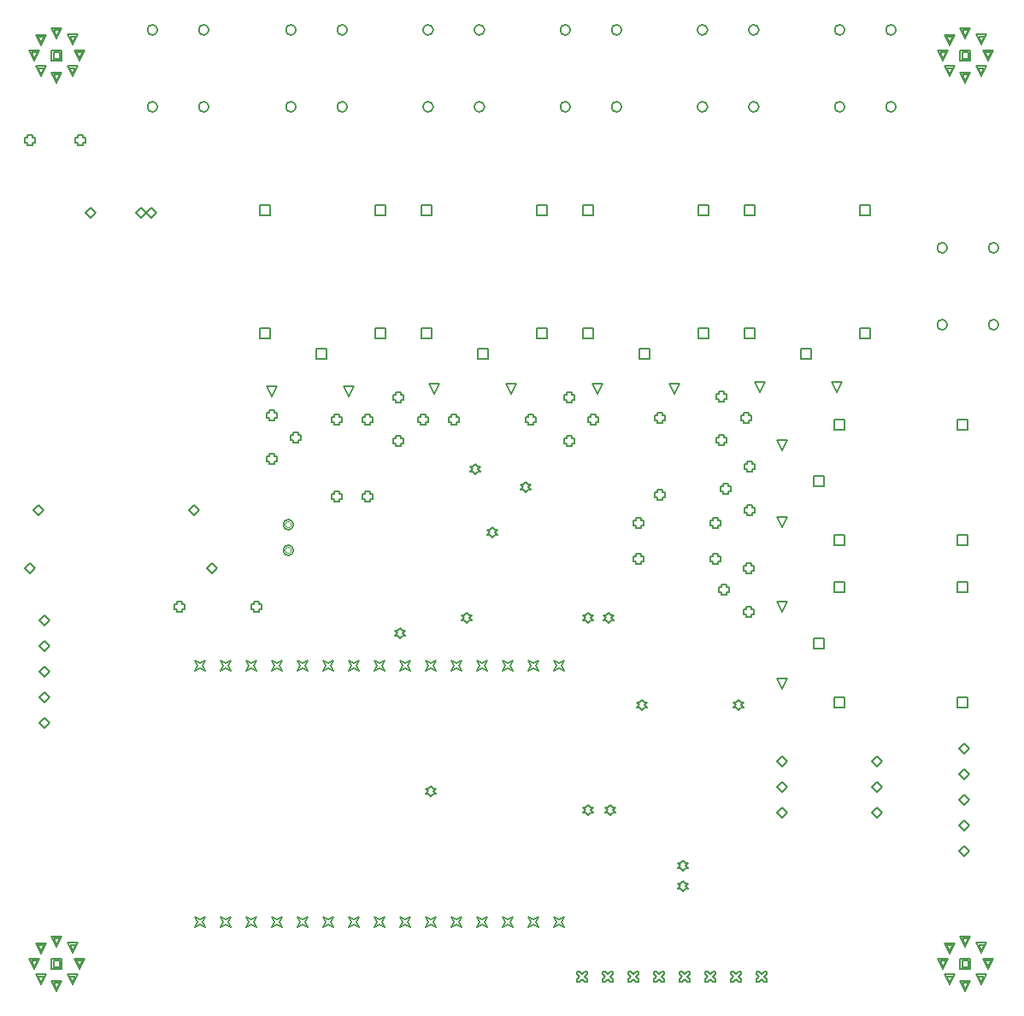
<source format=gbr>
G04*
G04 #@! TF.GenerationSoftware,Altium Limited,Altium Designer,24.3.1 (35)*
G04*
G04 Layer_Color=2752767*
%FSLAX25Y25*%
%MOIN*%
G70*
G04*
G04 #@! TF.SameCoordinates,1CC19C7B-97DE-4EE6-9EAD-702A75026B31*
G04*
G04*
G04 #@! TF.FilePolarity,Positive*
G04*
G01*
G75*
%ADD13C,0.00500*%
%ADD55C,0.00667*%
%ADD56C,0.00400*%
D13*
X7378Y173917D02*
X9378Y175917D01*
X11378Y173917D01*
X9378Y171917D01*
X7378Y173917D01*
X78244D02*
X80244Y175917D01*
X82244Y173917D01*
X80244Y171917D01*
X78244Y173917D01*
X54622Y312500D02*
X56622Y314500D01*
X58622Y312500D01*
X56622Y310500D01*
X54622Y312500D01*
X213500Y134000D02*
X214500Y136000D01*
X213500Y138000D01*
X215500Y137000D01*
X217500Y138000D01*
X216500Y136000D01*
X217500Y134000D01*
X215500Y135000D01*
X213500Y134000D01*
X203500D02*
X204500Y136000D01*
X203500Y138000D01*
X205500Y137000D01*
X207500Y138000D01*
X206500Y136000D01*
X207500Y134000D01*
X205500Y135000D01*
X203500Y134000D01*
X193500D02*
X194500Y136000D01*
X193500Y138000D01*
X195500Y137000D01*
X197500Y138000D01*
X196500Y136000D01*
X197500Y134000D01*
X195500Y135000D01*
X193500Y134000D01*
X183500D02*
X184500Y136000D01*
X183500Y138000D01*
X185500Y137000D01*
X187500Y138000D01*
X186500Y136000D01*
X187500Y134000D01*
X185500Y135000D01*
X183500Y134000D01*
X173500D02*
X174500Y136000D01*
X173500Y138000D01*
X175500Y137000D01*
X177500Y138000D01*
X176500Y136000D01*
X177500Y134000D01*
X175500Y135000D01*
X173500Y134000D01*
X163500D02*
X164500Y136000D01*
X163500Y138000D01*
X165500Y137000D01*
X167500Y138000D01*
X166500Y136000D01*
X167500Y134000D01*
X165500Y135000D01*
X163500Y134000D01*
X153500D02*
X154500Y136000D01*
X153500Y138000D01*
X155500Y137000D01*
X157500Y138000D01*
X156500Y136000D01*
X157500Y134000D01*
X155500Y135000D01*
X153500Y134000D01*
X143500D02*
X144500Y136000D01*
X143500Y138000D01*
X145500Y137000D01*
X147500Y138000D01*
X146500Y136000D01*
X147500Y134000D01*
X145500Y135000D01*
X143500Y134000D01*
X133500D02*
X134500Y136000D01*
X133500Y138000D01*
X135500Y137000D01*
X137500Y138000D01*
X136500Y136000D01*
X137500Y134000D01*
X135500Y135000D01*
X133500Y134000D01*
X123500D02*
X124500Y136000D01*
X123500Y138000D01*
X125500Y137000D01*
X127500Y138000D01*
X126500Y136000D01*
X127500Y134000D01*
X125500Y135000D01*
X123500Y134000D01*
X113500D02*
X114500Y136000D01*
X113500Y138000D01*
X115500Y137000D01*
X117500Y138000D01*
X116500Y136000D01*
X117500Y134000D01*
X115500Y135000D01*
X113500Y134000D01*
X103500D02*
X104500Y136000D01*
X103500Y138000D01*
X105500Y137000D01*
X107500Y138000D01*
X106500Y136000D01*
X107500Y134000D01*
X105500Y135000D01*
X103500Y134000D01*
X93500D02*
X94500Y136000D01*
X93500Y138000D01*
X95500Y137000D01*
X97500Y138000D01*
X96500Y136000D01*
X97500Y134000D01*
X95500Y135000D01*
X93500Y134000D01*
X83500D02*
X84500Y136000D01*
X83500Y138000D01*
X85500Y137000D01*
X87500Y138000D01*
X86500Y136000D01*
X87500Y134000D01*
X85500Y135000D01*
X83500Y134000D01*
X73500D02*
X74500Y136000D01*
X73500Y138000D01*
X75500Y137000D01*
X77500Y138000D01*
X76500Y136000D01*
X77500Y134000D01*
X75500Y135000D01*
X73500Y134000D01*
X213500Y34000D02*
X214500Y36000D01*
X213500Y38000D01*
X215500Y37000D01*
X217500Y38000D01*
X216500Y36000D01*
X217500Y34000D01*
X215500Y35000D01*
X213500Y34000D01*
X203500D02*
X204500Y36000D01*
X203500Y38000D01*
X205500Y37000D01*
X207500Y38000D01*
X206500Y36000D01*
X207500Y34000D01*
X205500Y35000D01*
X203500Y34000D01*
X193500D02*
X194500Y36000D01*
X193500Y38000D01*
X195500Y37000D01*
X197500Y38000D01*
X196500Y36000D01*
X197500Y34000D01*
X195500Y35000D01*
X193500Y34000D01*
X183500D02*
X184500Y36000D01*
X183500Y38000D01*
X185500Y37000D01*
X187500Y38000D01*
X186500Y36000D01*
X187500Y34000D01*
X185500Y35000D01*
X183500Y34000D01*
X173500D02*
X174500Y36000D01*
X173500Y38000D01*
X175500Y37000D01*
X177500Y38000D01*
X176500Y36000D01*
X177500Y34000D01*
X175500Y35000D01*
X173500Y34000D01*
X163500D02*
X164500Y36000D01*
X163500Y38000D01*
X165500Y37000D01*
X167500Y38000D01*
X166500Y36000D01*
X167500Y34000D01*
X165500Y35000D01*
X163500Y34000D01*
X153500D02*
X154500Y36000D01*
X153500Y38000D01*
X155500Y37000D01*
X157500Y38000D01*
X156500Y36000D01*
X157500Y34000D01*
X155500Y35000D01*
X153500Y34000D01*
X143500D02*
X144500Y36000D01*
X143500Y38000D01*
X145500Y37000D01*
X147500Y38000D01*
X146500Y36000D01*
X147500Y34000D01*
X145500Y35000D01*
X143500Y34000D01*
X133500D02*
X134500Y36000D01*
X133500Y38000D01*
X135500Y37000D01*
X137500Y38000D01*
X136500Y36000D01*
X137500Y34000D01*
X135500Y35000D01*
X133500Y34000D01*
X123500D02*
X124500Y36000D01*
X123500Y38000D01*
X125500Y37000D01*
X127500Y38000D01*
X126500Y36000D01*
X127500Y34000D01*
X125500Y35000D01*
X123500Y34000D01*
X113500D02*
X114500Y36000D01*
X113500Y38000D01*
X115500Y37000D01*
X117500Y38000D01*
X116500Y36000D01*
X117500Y34000D01*
X115500Y35000D01*
X113500Y34000D01*
X103500D02*
X104500Y36000D01*
X103500Y38000D01*
X105500Y37000D01*
X107500Y38000D01*
X106500Y36000D01*
X107500Y34000D01*
X105500Y35000D01*
X103500Y34000D01*
X93500D02*
X94500Y36000D01*
X93500Y38000D01*
X95500Y37000D01*
X97500Y38000D01*
X96500Y36000D01*
X97500Y34000D01*
X95500Y35000D01*
X93500Y34000D01*
X83500D02*
X84500Y36000D01*
X83500Y38000D01*
X85500Y37000D01*
X87500Y38000D01*
X86500Y36000D01*
X87500Y34000D01*
X85500Y35000D01*
X83500Y34000D01*
X73500D02*
X74500Y36000D01*
X73500Y38000D01*
X75500Y37000D01*
X77500Y38000D01*
X76500Y36000D01*
X77500Y34000D01*
X75500Y35000D01*
X73500Y34000D01*
X288500Y173000D02*
Y172000D01*
X290500D01*
Y173000D01*
X291500D01*
Y175000D01*
X290500D01*
Y176000D01*
X288500D01*
Y175000D01*
X287500D01*
Y173000D01*
X288500D01*
X279000Y164500D02*
Y163500D01*
X281000D01*
Y164500D01*
X282000D01*
Y166500D01*
X281000D01*
Y167500D01*
X279000D01*
Y166500D01*
X278000D01*
Y164500D01*
X279000D01*
X288500Y156000D02*
Y155000D01*
X290500D01*
Y156000D01*
X291500D01*
Y158000D01*
X290500D01*
Y159000D01*
X288500D01*
Y158000D01*
X287500D01*
Y156000D01*
X288500D01*
X302500Y157000D02*
X300500Y161000D01*
X304500D01*
X302500Y157000D01*
Y127000D02*
X300500Y131000D01*
X304500D01*
X302500Y127000D01*
X323000Y164500D02*
Y168500D01*
X327000D01*
Y164500D01*
X323000D01*
Y119500D02*
Y123500D01*
X327000D01*
Y119500D01*
X323000D01*
X315000Y142500D02*
Y146500D01*
X319000D01*
Y142500D01*
X315000D01*
X371000Y164500D02*
Y168500D01*
X375000D01*
Y164500D01*
X371000D01*
Y119500D02*
Y123500D01*
X375000D01*
Y119500D01*
X371000D01*
X275500Y176500D02*
Y175500D01*
X277500D01*
Y176500D01*
X278500D01*
Y178500D01*
X277500D01*
Y179500D01*
X275500D01*
Y178500D01*
X274500D01*
Y176500D01*
X275500D01*
X245500D02*
Y175500D01*
X247500D01*
Y176500D01*
X248500D01*
Y178500D01*
X247500D01*
Y179500D01*
X245500D01*
Y178500D01*
X244500D01*
Y176500D01*
X245500D01*
X102500Y232500D02*
Y231500D01*
X104500D01*
Y232500D01*
X105500D01*
Y234500D01*
X104500D01*
Y235500D01*
X102500D01*
Y234500D01*
X101500D01*
Y232500D01*
X102500D01*
X112000Y224000D02*
Y223000D01*
X114000D01*
Y224000D01*
X115000D01*
Y226000D01*
X114000D01*
Y227000D01*
X112000D01*
Y226000D01*
X111000D01*
Y224000D01*
X112000D01*
X102500Y215500D02*
Y214500D01*
X104500D01*
Y215500D01*
X105500D01*
Y217500D01*
X104500D01*
Y218500D01*
X102500D01*
Y217500D01*
X101500D01*
Y215500D01*
X102500D01*
X133500Y241000D02*
X131500Y245000D01*
X135500D01*
X133500Y241000D01*
X103500D02*
X101500Y245000D01*
X105500D01*
X103500Y241000D01*
X128000Y201000D02*
Y200000D01*
X130000D01*
Y201000D01*
X131000D01*
Y203000D01*
X130000D01*
Y204000D01*
X128000D01*
Y203000D01*
X127000D01*
Y201000D01*
X128000D01*
Y231000D02*
Y230000D01*
X130000D01*
Y231000D01*
X131000D01*
Y233000D01*
X130000D01*
Y234000D01*
X128000D01*
Y233000D01*
X127000D01*
Y231000D01*
X128000D01*
X152000Y239500D02*
Y238500D01*
X154000D01*
Y239500D01*
X155000D01*
Y241500D01*
X154000D01*
Y242500D01*
X152000D01*
Y241500D01*
X151000D01*
Y239500D01*
X152000D01*
X161500Y231000D02*
Y230000D01*
X163500D01*
Y231000D01*
X164500D01*
Y233000D01*
X163500D01*
Y234000D01*
X161500D01*
Y233000D01*
X160500D01*
Y231000D01*
X161500D01*
X152000Y222500D02*
Y221500D01*
X154000D01*
Y222500D01*
X155000D01*
Y224500D01*
X154000D01*
Y225500D01*
X152000D01*
Y224500D01*
X151000D01*
Y222500D01*
X152000D01*
X140000Y201000D02*
Y200000D01*
X142000D01*
Y201000D01*
X143000D01*
Y203000D01*
X142000D01*
Y204000D01*
X140000D01*
Y203000D01*
X139000D01*
Y201000D01*
X140000D01*
Y231000D02*
Y230000D01*
X142000D01*
Y231000D01*
X143000D01*
Y233000D01*
X142000D01*
Y234000D01*
X140000D01*
Y233000D01*
X139000D01*
Y231000D01*
X140000D01*
X197000Y242000D02*
X195000Y246000D01*
X199000D01*
X197000Y242000D01*
X167000D02*
X165000Y246000D01*
X169000D01*
X167000Y242000D01*
X173500Y231000D02*
Y230000D01*
X175500D01*
Y231000D01*
X176500D01*
Y233000D01*
X175500D01*
Y234000D01*
X173500D01*
Y233000D01*
X172500D01*
Y231000D01*
X173500D01*
X203500D02*
Y230000D01*
X205500D01*
Y231000D01*
X206500D01*
Y233000D01*
X205500D01*
Y234000D01*
X203500D01*
Y233000D01*
X202500D01*
Y231000D01*
X203500D01*
X218500Y239500D02*
Y238500D01*
X220500D01*
Y239500D01*
X221500D01*
Y241500D01*
X220500D01*
Y242500D01*
X218500D01*
Y241500D01*
X217500D01*
Y239500D01*
X218500D01*
X228000Y231000D02*
Y230000D01*
X230000D01*
Y231000D01*
X231000D01*
Y233000D01*
X230000D01*
Y234000D01*
X228000D01*
Y233000D01*
X227000D01*
Y231000D01*
X228000D01*
X218500Y222500D02*
Y221500D01*
X220500D01*
Y222500D01*
X221500D01*
Y224500D01*
X220500D01*
Y225500D01*
X218500D01*
Y224500D01*
X217500D01*
Y222500D01*
X218500D01*
X260500Y242000D02*
X258500Y246000D01*
X262500D01*
X260500Y242000D01*
X230500D02*
X228500Y246000D01*
X232500D01*
X230500Y242000D01*
X254000Y201500D02*
Y200500D01*
X256000D01*
Y201500D01*
X257000D01*
Y203500D01*
X256000D01*
Y204500D01*
X254000D01*
Y203500D01*
X253000D01*
Y201500D01*
X254000D01*
Y231500D02*
Y230500D01*
X256000D01*
Y231500D01*
X257000D01*
Y233500D01*
X256000D01*
Y234500D01*
X254000D01*
Y233500D01*
X253000D01*
Y231500D01*
X254000D01*
X278000Y240000D02*
Y239000D01*
X280000D01*
Y240000D01*
X281000D01*
Y242000D01*
X280000D01*
Y243000D01*
X278000D01*
Y242000D01*
X277000D01*
Y240000D01*
X278000D01*
X287500Y231500D02*
Y230500D01*
X289500D01*
Y231500D01*
X290500D01*
Y233500D01*
X289500D01*
Y234500D01*
X287500D01*
Y233500D01*
X286500D01*
Y231500D01*
X287500D01*
X278000Y223000D02*
Y222000D01*
X280000D01*
Y223000D01*
X281000D01*
Y225000D01*
X280000D01*
Y226000D01*
X278000D01*
Y225000D01*
X277000D01*
Y223000D01*
X278000D01*
X324000Y242500D02*
X322000Y246500D01*
X326000D01*
X324000Y242500D01*
X294000D02*
X292000Y246500D01*
X296000D01*
X294000Y242500D01*
X245500Y190500D02*
Y189500D01*
X247500D01*
Y190500D01*
X248500D01*
Y192500D01*
X247500D01*
Y193500D01*
X245500D01*
Y192500D01*
X244500D01*
Y190500D01*
X245500D01*
X275500D02*
Y189500D01*
X277500D01*
Y190500D01*
X278500D01*
Y192500D01*
X277500D01*
Y193500D01*
X275500D01*
Y192500D01*
X274500D01*
Y190500D01*
X275500D01*
X302500Y190000D02*
X300500Y194000D01*
X304500D01*
X302500Y190000D01*
Y220000D02*
X300500Y224000D01*
X304500D01*
X302500Y220000D01*
X289000Y195500D02*
Y194500D01*
X291000D01*
Y195500D01*
X292000D01*
Y197500D01*
X291000D01*
Y198500D01*
X289000D01*
Y197500D01*
X288000D01*
Y195500D01*
X289000D01*
X279500Y204000D02*
Y203000D01*
X281500D01*
Y204000D01*
X282500D01*
Y206000D01*
X281500D01*
Y207000D01*
X279500D01*
Y206000D01*
X278500D01*
Y204000D01*
X279500D01*
X289000Y212500D02*
Y211500D01*
X291000D01*
Y212500D01*
X292000D01*
Y214500D01*
X291000D01*
Y215500D01*
X289000D01*
Y214500D01*
X288000D01*
Y212500D01*
X289000D01*
X371000Y183000D02*
Y187000D01*
X375000D01*
Y183000D01*
X371000D01*
Y228000D02*
Y232000D01*
X375000D01*
Y228000D01*
X371000D01*
X315000Y206000D02*
Y210000D01*
X319000D01*
Y206000D01*
X315000D01*
X323000Y183000D02*
Y187000D01*
X327000D01*
Y183000D01*
X323000D01*
Y228000D02*
Y232000D01*
X327000D01*
Y228000D01*
X323000D01*
X371500Y73500D02*
X373500Y75500D01*
X375500Y73500D01*
X373500Y71500D01*
X371500Y73500D01*
Y63500D02*
X373500Y65500D01*
X375500Y63500D01*
X373500Y61500D01*
X371500Y63500D01*
Y83500D02*
X373500Y85500D01*
X375500Y83500D01*
X373500Y81500D01*
X371500Y83500D01*
Y93500D02*
X373500Y95500D01*
X375500Y93500D01*
X373500Y91500D01*
X371500Y93500D01*
Y103500D02*
X373500Y105500D01*
X375500Y103500D01*
X373500Y101500D01*
X371500Y103500D01*
X337500Y78500D02*
X339500Y80500D01*
X341500Y78500D01*
X339500Y76500D01*
X337500Y78500D01*
Y88500D02*
X339500Y90500D01*
X341500Y88500D01*
X339500Y86500D01*
X337500Y88500D01*
Y98500D02*
X339500Y100500D01*
X341500Y98500D01*
X339500Y96500D01*
X337500Y98500D01*
X300500Y78500D02*
X302500Y80500D01*
X304500Y78500D01*
X302500Y76500D01*
X300500Y78500D01*
Y88500D02*
X302500Y90500D01*
X304500Y88500D01*
X302500Y86500D01*
X300500Y88500D01*
Y98500D02*
X302500Y100500D01*
X304500Y98500D01*
X302500Y96500D01*
X300500Y98500D01*
X262500Y12500D02*
X263500D01*
X264500Y13500D01*
X265500Y12500D01*
X266500D01*
Y13500D01*
X265500Y14500D01*
X266500Y15500D01*
Y16500D01*
X265500D01*
X264500Y15500D01*
X263500Y16500D01*
X262500D01*
Y15500D01*
X263500Y14500D01*
X262500Y13500D01*
Y12500D01*
X222500D02*
X223500D01*
X224500Y13500D01*
X225500Y12500D01*
X226500D01*
Y13500D01*
X225500Y14500D01*
X226500Y15500D01*
Y16500D01*
X225500D01*
X224500Y15500D01*
X223500Y16500D01*
X222500D01*
Y15500D01*
X223500Y14500D01*
X222500Y13500D01*
Y12500D01*
X232500D02*
X233500D01*
X234500Y13500D01*
X235500Y12500D01*
X236500D01*
Y13500D01*
X235500Y14500D01*
X236500Y15500D01*
Y16500D01*
X235500D01*
X234500Y15500D01*
X233500Y16500D01*
X232500D01*
Y15500D01*
X233500Y14500D01*
X232500Y13500D01*
Y12500D01*
X242500D02*
X243500D01*
X244500Y13500D01*
X245500Y12500D01*
X246500D01*
Y13500D01*
X245500Y14500D01*
X246500Y15500D01*
Y16500D01*
X245500D01*
X244500Y15500D01*
X243500Y16500D01*
X242500D01*
Y15500D01*
X243500Y14500D01*
X242500Y13500D01*
Y12500D01*
X252500D02*
X253500D01*
X254500Y13500D01*
X255500Y12500D01*
X256500D01*
Y13500D01*
X255500Y14500D01*
X256500Y15500D01*
Y16500D01*
X255500D01*
X254500Y15500D01*
X253500Y16500D01*
X252500D01*
Y15500D01*
X253500Y14500D01*
X252500Y13500D01*
Y12500D01*
X282500D02*
X283500D01*
X284500Y13500D01*
X285500Y12500D01*
X286500D01*
Y13500D01*
X285500Y14500D01*
X286500Y15500D01*
Y16500D01*
X285500D01*
X284500Y15500D01*
X283500Y16500D01*
X282500D01*
Y15500D01*
X283500Y14500D01*
X282500Y13500D01*
Y12500D01*
X272500D02*
X273500D01*
X274500Y13500D01*
X275500Y12500D01*
X276500D01*
Y13500D01*
X275500Y14500D01*
X276500Y15500D01*
Y16500D01*
X275500D01*
X274500Y15500D01*
X273500Y16500D01*
X272500D01*
Y15500D01*
X273500Y14500D01*
X272500Y13500D01*
Y12500D01*
X292500D02*
X293500D01*
X294500Y13500D01*
X295500Y12500D01*
X296500D01*
Y13500D01*
X295500Y14500D01*
X296500Y15500D01*
Y16500D01*
X295500D01*
X294500Y15500D01*
X293500Y16500D01*
X292500D01*
Y15500D01*
X293500Y14500D01*
X292500Y13500D01*
Y12500D01*
X13000Y143500D02*
X15000Y145500D01*
X17000Y143500D01*
X15000Y141500D01*
X13000Y143500D01*
Y153500D02*
X15000Y155500D01*
X17000Y153500D01*
X15000Y151500D01*
X13000Y153500D01*
Y133500D02*
X15000Y135500D01*
X17000Y133500D01*
X15000Y131500D01*
X13000Y133500D01*
Y123500D02*
X15000Y125500D01*
X17000Y123500D01*
X15000Y121500D01*
X13000Y123500D01*
Y113500D02*
X15000Y115500D01*
X17000Y113500D01*
X15000Y111500D01*
X13000Y113500D01*
X144000Y311500D02*
Y315500D01*
X148000D01*
Y311500D01*
X144000D01*
X99000D02*
Y315500D01*
X103000D01*
Y311500D01*
X99000D01*
X121000Y255500D02*
Y259500D01*
X125000D01*
Y255500D01*
X121000D01*
X144000Y263500D02*
Y267500D01*
X148000D01*
Y263500D01*
X144000D01*
X99000D02*
Y267500D01*
X103000D01*
Y263500D01*
X99000D01*
X207000Y311500D02*
Y315500D01*
X211000D01*
Y311500D01*
X207000D01*
X162000D02*
Y315500D01*
X166000D01*
Y311500D01*
X162000D01*
X184000Y255500D02*
Y259500D01*
X188000D01*
Y255500D01*
X184000D01*
X207000Y263500D02*
Y267500D01*
X211000D01*
Y263500D01*
X207000D01*
X162000D02*
Y267500D01*
X166000D01*
Y263500D01*
X162000D01*
X270000Y311500D02*
Y315500D01*
X274000D01*
Y311500D01*
X270000D01*
X225000D02*
Y315500D01*
X229000D01*
Y311500D01*
X225000D01*
X247000Y255500D02*
Y259500D01*
X251000D01*
Y255500D01*
X247000D01*
X270000Y263500D02*
Y267500D01*
X274000D01*
Y263500D01*
X270000D01*
X225000D02*
Y267500D01*
X229000D01*
Y263500D01*
X225000D01*
X333000Y311500D02*
Y315500D01*
X337000D01*
Y311500D01*
X333000D01*
X288000D02*
Y315500D01*
X292000D01*
Y311500D01*
X288000D01*
X310000Y255500D02*
Y259500D01*
X314000D01*
Y255500D01*
X310000D01*
X333000Y263500D02*
Y267500D01*
X337000D01*
Y263500D01*
X333000D01*
X288000D02*
Y267500D01*
X292000D01*
Y263500D01*
X288000D01*
X10528Y196752D02*
X12528Y198752D01*
X14528Y196752D01*
X12528Y194752D01*
X10528Y196752D01*
X71157D02*
X73157Y198752D01*
X75157Y196752D01*
X73157Y194752D01*
X71157Y196752D01*
X31000Y312500D02*
X33000Y314500D01*
X35000Y312500D01*
X33000Y310500D01*
X31000Y312500D01*
X50685D02*
X52685Y314500D01*
X54685Y312500D01*
X52685Y310500D01*
X50685Y312500D01*
X66500Y158000D02*
Y157000D01*
X68500D01*
Y158000D01*
X69500D01*
Y160000D01*
X68500D01*
Y161000D01*
X66500D01*
Y160000D01*
X65500D01*
Y158000D01*
X66500D01*
X96500D02*
Y157000D01*
X98500D01*
Y158000D01*
X99500D01*
Y160000D01*
X98500D01*
Y161000D01*
X96500D01*
Y160000D01*
X95500D01*
Y158000D01*
X96500D01*
X8315Y340000D02*
Y339000D01*
X10315D01*
Y340000D01*
X11315D01*
Y342000D01*
X10315D01*
Y343000D01*
X8315D01*
Y342000D01*
X7315D01*
Y340000D01*
X8315D01*
X28000D02*
Y339000D01*
X30000D01*
Y340000D01*
X31000D01*
Y342000D01*
X30000D01*
Y343000D01*
X28000D01*
Y342000D01*
X27000D01*
Y340000D01*
X28000D01*
X17685Y17685D02*
Y21685D01*
X21685D01*
Y17685D01*
X17685D01*
X18485Y18485D02*
Y20885D01*
X20885D01*
Y18485D01*
X18485D01*
X17685Y372016D02*
Y376016D01*
X21685D01*
Y372016D01*
X17685D01*
X18485Y372816D02*
Y375216D01*
X20885D01*
Y372816D01*
X18485D01*
X372016Y372016D02*
Y376016D01*
X376016D01*
Y372016D01*
X372016D01*
X372816Y372816D02*
Y375216D01*
X375216D01*
Y372816D01*
X372816D01*
X372016Y17685D02*
Y21685D01*
X376016D01*
Y17685D01*
X372016D01*
X372816Y18485D02*
Y20885D01*
X375216D01*
Y18485D01*
X372816D01*
X165500Y85000D02*
X166500Y86000D01*
X167500D01*
X166500Y87000D01*
X167500Y88000D01*
X166500D01*
X165500Y89000D01*
X164500Y88000D01*
X163500D01*
X164500Y87000D01*
X163500Y86000D01*
X164500D01*
X165500Y85000D01*
X264000Y56000D02*
X265000Y57000D01*
X266000D01*
X265000Y58000D01*
X266000Y59000D01*
X265000D01*
X264000Y60000D01*
X263000Y59000D01*
X262000D01*
X263000Y58000D01*
X262000Y57000D01*
X263000D01*
X264000Y56000D01*
Y48000D02*
X265000Y49000D01*
X266000D01*
X265000Y50000D01*
X266000Y51000D01*
X265000D01*
X264000Y52000D01*
X263000Y51000D01*
X262000D01*
X263000Y50000D01*
X262000Y49000D01*
X263000D01*
X264000Y48000D01*
X285500Y118500D02*
X286500Y119500D01*
X287500D01*
X286500Y120500D01*
X287500Y121500D01*
X286500D01*
X285500Y122500D01*
X284500Y121500D01*
X283500D01*
X284500Y120500D01*
X283500Y119500D01*
X284500D01*
X285500Y118500D01*
X248000D02*
X249000Y119500D01*
X250000D01*
X249000Y120500D01*
X250000Y121500D01*
X249000D01*
X248000Y122500D01*
X247000Y121500D01*
X246000D01*
X247000Y120500D01*
X246000Y119500D01*
X247000D01*
X248000Y118500D01*
X235500Y77500D02*
X236500Y78500D01*
X237500D01*
X236500Y79500D01*
X237500Y80500D01*
X236500D01*
X235500Y81500D01*
X234500Y80500D01*
X233500D01*
X234500Y79500D01*
X233500Y78500D01*
X234500D01*
X235500Y77500D01*
X227000D02*
X228000Y78500D01*
X229000D01*
X228000Y79500D01*
X229000Y80500D01*
X228000D01*
X227000Y81500D01*
X226000Y80500D01*
X225000D01*
X226000Y79500D01*
X225000Y78500D01*
X226000D01*
X227000Y77500D01*
X235000Y152500D02*
X236000Y153500D01*
X237000D01*
X236000Y154500D01*
X237000Y155500D01*
X236000D01*
X235000Y156500D01*
X234000Y155500D01*
X233000D01*
X234000Y154500D01*
X233000Y153500D01*
X234000D01*
X235000Y152500D01*
X227000D02*
X228000Y153500D01*
X229000D01*
X228000Y154500D01*
X229000Y155500D01*
X228000D01*
X227000Y156500D01*
X226000Y155500D01*
X225000D01*
X226000Y154500D01*
X225000Y153500D01*
X226000D01*
X227000Y152500D01*
X189500Y186000D02*
X190500Y187000D01*
X191500D01*
X190500Y188000D01*
X191500Y189000D01*
X190500D01*
X189500Y190000D01*
X188500Y189000D01*
X187500D01*
X188500Y188000D01*
X187500Y187000D01*
X188500D01*
X189500Y186000D01*
X183000Y210500D02*
X184000Y211500D01*
X185000D01*
X184000Y212500D01*
X185000Y213500D01*
X184000D01*
X183000Y214500D01*
X182000Y213500D01*
X181000D01*
X182000Y212500D01*
X181000Y211500D01*
X182000D01*
X183000Y210500D01*
X153500Y146500D02*
X154500Y147500D01*
X155500D01*
X154500Y148500D01*
X155500Y149500D01*
X154500D01*
X153500Y150500D01*
X152500Y149500D01*
X151500D01*
X152500Y148500D01*
X151500Y147500D01*
X152500D01*
X153500Y146500D01*
X179500Y152750D02*
X180500Y153750D01*
X181500D01*
X180500Y154750D01*
X181500Y155750D01*
X180500D01*
X179500Y156750D01*
X178500Y155750D01*
X177500D01*
X178500Y154750D01*
X177500Y153750D01*
X178500D01*
X179500Y152750D01*
X202500Y203800D02*
X203500Y204800D01*
X204500D01*
X203500Y205800D01*
X204500Y206800D01*
X203500D01*
X202500Y207800D01*
X201500Y206800D01*
X200500D01*
X201500Y205800D01*
X200500Y204800D01*
X201500D01*
X202500Y203800D01*
X25810Y11560D02*
X23810Y15560D01*
X27810D01*
X25810Y11560D01*
Y12360D02*
X24610Y14760D01*
X27010D01*
X25810Y12360D01*
X13560Y11560D02*
X11560Y15560D01*
X15560D01*
X13560Y11560D01*
Y12360D02*
X12360Y14760D01*
X14760D01*
X13560Y12360D01*
X11024Y17685D02*
X9024Y21685D01*
X13024D01*
X11024Y17685D01*
Y18485D02*
X9824Y20885D01*
X12224D01*
X11024Y18485D01*
X13560Y23810D02*
X11560Y27810D01*
X15560D01*
X13560Y23810D01*
Y24610D02*
X12360Y27010D01*
X14760D01*
X13560Y24610D01*
X26006Y23908D02*
X24006Y27908D01*
X28006D01*
X26006Y23908D01*
Y24708D02*
X24806Y27108D01*
X27206D01*
X26006Y24708D01*
X28543Y17783D02*
X26543Y21783D01*
X30543D01*
X28543Y17783D01*
Y18583D02*
X27343Y20983D01*
X29743D01*
X28543Y18583D01*
X19685Y9024D02*
X17685Y13024D01*
X21685D01*
X19685Y9024D01*
Y9824D02*
X18485Y12224D01*
X20885D01*
X19685Y9824D01*
Y26346D02*
X17685Y30346D01*
X21685D01*
X19685Y26346D01*
Y27146D02*
X18485Y29546D01*
X20885D01*
X19685Y27146D01*
X25810Y365891D02*
X23810Y369891D01*
X27810D01*
X25810Y365891D01*
Y366691D02*
X24610Y369091D01*
X27010D01*
X25810Y366691D01*
X13560Y365891D02*
X11560Y369891D01*
X15560D01*
X13560Y365891D01*
Y366691D02*
X12360Y369091D01*
X14760D01*
X13560Y366691D01*
X11024Y372016D02*
X9024Y376016D01*
X13024D01*
X11024Y372016D01*
Y372816D02*
X9824Y375216D01*
X12224D01*
X11024Y372816D01*
X13560Y378140D02*
X11560Y382140D01*
X15560D01*
X13560Y378140D01*
Y378940D02*
X12360Y381340D01*
X14760D01*
X13560Y378940D01*
X26006Y378239D02*
X24006Y382239D01*
X28006D01*
X26006Y378239D01*
Y379039D02*
X24806Y381439D01*
X27206D01*
X26006Y379039D01*
X28543Y372114D02*
X26543Y376114D01*
X30543D01*
X28543Y372114D01*
Y372914D02*
X27343Y375314D01*
X29743D01*
X28543Y372914D01*
X19685Y363354D02*
X17685Y367354D01*
X21685D01*
X19685Y363354D01*
Y364154D02*
X18485Y366554D01*
X20885D01*
X19685Y364154D01*
Y380677D02*
X17685Y384677D01*
X21685D01*
X19685Y380677D01*
Y381477D02*
X18485Y383877D01*
X20885D01*
X19685Y381477D01*
X380140Y365891D02*
X378140Y369891D01*
X382140D01*
X380140Y365891D01*
Y366691D02*
X378940Y369091D01*
X381340D01*
X380140Y366691D01*
X367891Y365891D02*
X365891Y369891D01*
X369891D01*
X367891Y365891D01*
Y366691D02*
X366691Y369091D01*
X369091D01*
X367891Y366691D01*
X365354Y372016D02*
X363354Y376016D01*
X367354D01*
X365354Y372016D01*
Y372816D02*
X364154Y375216D01*
X366554D01*
X365354Y372816D01*
X367891Y378140D02*
X365891Y382140D01*
X369891D01*
X367891Y378140D01*
Y378940D02*
X366691Y381340D01*
X369091D01*
X367891Y378940D01*
X380337Y378239D02*
X378337Y382239D01*
X382337D01*
X380337Y378239D01*
Y379039D02*
X379137Y381439D01*
X381537D01*
X380337Y379039D01*
X382874Y372114D02*
X380874Y376114D01*
X384874D01*
X382874Y372114D01*
Y372914D02*
X381674Y375314D01*
X384074D01*
X382874Y372914D01*
X374016Y363354D02*
X372016Y367354D01*
X376016D01*
X374016Y363354D01*
Y364154D02*
X372816Y366554D01*
X375216D01*
X374016Y364154D01*
Y380677D02*
X372016Y384677D01*
X376016D01*
X374016Y380677D01*
Y381477D02*
X372816Y383877D01*
X375216D01*
X374016Y381477D01*
X380140Y11560D02*
X378140Y15560D01*
X382140D01*
X380140Y11560D01*
Y12360D02*
X378940Y14760D01*
X381340D01*
X380140Y12360D01*
X367891Y11560D02*
X365891Y15560D01*
X369891D01*
X367891Y11560D01*
Y12360D02*
X366691Y14760D01*
X369091D01*
X367891Y12360D01*
X365354Y17685D02*
X363354Y21685D01*
X367354D01*
X365354Y17685D01*
Y18485D02*
X364154Y20885D01*
X366554D01*
X365354Y18485D01*
X367891Y23810D02*
X365891Y27810D01*
X369891D01*
X367891Y23810D01*
Y24610D02*
X366691Y27010D01*
X369091D01*
X367891Y24610D01*
X380337Y23908D02*
X378337Y27908D01*
X382337D01*
X380337Y23908D01*
Y24708D02*
X379137Y27108D01*
X381537D01*
X380337Y24708D01*
X382874Y17783D02*
X380874Y21783D01*
X384874D01*
X382874Y17783D01*
Y18583D02*
X381674Y20983D01*
X384074D01*
X382874Y18583D01*
X374016Y9024D02*
X372016Y13024D01*
X376016D01*
X374016Y9024D01*
Y9824D02*
X372816Y12224D01*
X375216D01*
X374016Y9824D01*
Y26346D02*
X372016Y30346D01*
X376016D01*
X374016Y26346D01*
Y27146D02*
X372816Y29546D01*
X375216D01*
X374016Y27146D01*
D55*
X387000Y299000D02*
G03*
X387000Y299000I-2000J0D01*
G01*
Y269000D02*
G03*
X387000Y269000I-2000J0D01*
G01*
X367000Y299000D02*
G03*
X367000Y299000I-2000J0D01*
G01*
Y269000D02*
G03*
X367000Y269000I-2000J0D01*
G01*
X112000Y181000D02*
G03*
X112000Y181000I-2000J0D01*
G01*
Y191000D02*
G03*
X112000Y191000I-2000J0D01*
G01*
X79000Y384000D02*
G03*
X79000Y384000I-2000J0D01*
G01*
Y354000D02*
G03*
X79000Y354000I-2000J0D01*
G01*
X59000Y384000D02*
G03*
X59000Y384000I-2000J0D01*
G01*
Y354000D02*
G03*
X59000Y354000I-2000J0D01*
G01*
X133000Y384000D02*
G03*
X133000Y384000I-2000J0D01*
G01*
Y354000D02*
G03*
X133000Y354000I-2000J0D01*
G01*
X113000Y384000D02*
G03*
X113000Y384000I-2000J0D01*
G01*
Y354000D02*
G03*
X113000Y354000I-2000J0D01*
G01*
X186500Y384000D02*
G03*
X186500Y384000I-2000J0D01*
G01*
Y354000D02*
G03*
X186500Y354000I-2000J0D01*
G01*
X166500Y384000D02*
G03*
X166500Y384000I-2000J0D01*
G01*
Y354000D02*
G03*
X166500Y354000I-2000J0D01*
G01*
X240000Y384000D02*
G03*
X240000Y384000I-2000J0D01*
G01*
Y354000D02*
G03*
X240000Y354000I-2000J0D01*
G01*
X220000Y384000D02*
G03*
X220000Y384000I-2000J0D01*
G01*
Y354000D02*
G03*
X220000Y354000I-2000J0D01*
G01*
X293500Y384000D02*
G03*
X293500Y384000I-2000J0D01*
G01*
Y354000D02*
G03*
X293500Y354000I-2000J0D01*
G01*
X273500Y384000D02*
G03*
X273500Y384000I-2000J0D01*
G01*
Y354000D02*
G03*
X273500Y354000I-2000J0D01*
G01*
X347000Y384000D02*
G03*
X347000Y384000I-2000J0D01*
G01*
Y354000D02*
G03*
X347000Y354000I-2000J0D01*
G01*
X327000Y384000D02*
G03*
X327000Y384000I-2000J0D01*
G01*
Y354000D02*
G03*
X327000Y354000I-2000J0D01*
G01*
D56*
X111200Y181000D02*
G03*
X111200Y181000I-1200J0D01*
G01*
Y191000D02*
G03*
X111200Y191000I-1200J0D01*
G01*
M02*

</source>
